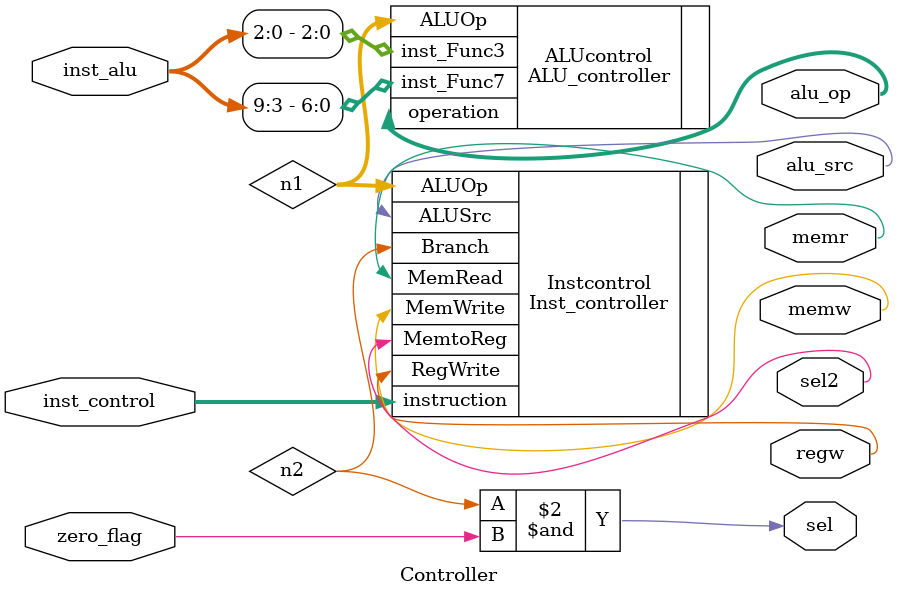
<source format=sv>
module Controller (
    input  var logic [9:0] inst_alu,
    input  var logic [6:0] inst_control,
    input  var logic       zero_flag,
    output var logic [3:0] alu_op,
    output var logic       memr, sel2, memw, alu_src, regw, sel
);

wire logic [1:0] n1;
wire logic       n2;

ALU_controller  ALUcontrol  ( .ALUOp       (n1),
                              .inst_Func7  (inst_alu[9:3]),
                              .inst_Func3  (inst_alu[2:0]),
                              .operation   (alu_op)
                            );

Inst_controller Instcontrol ( .instruction (inst_control),
                              .Branch      (n2), 
                              .MemRead     (memr), 
                              .MemtoReg    (sel2),
                              .ALUOp       (n1),
                              .MemWrite    (memw), 
                              .ALUSrc      (alu_src), 
                              .RegWrite    (regw)
                            );

    always_comb begin
        sel = n2 & zero_flag;
    end
    
endmodule
</source>
